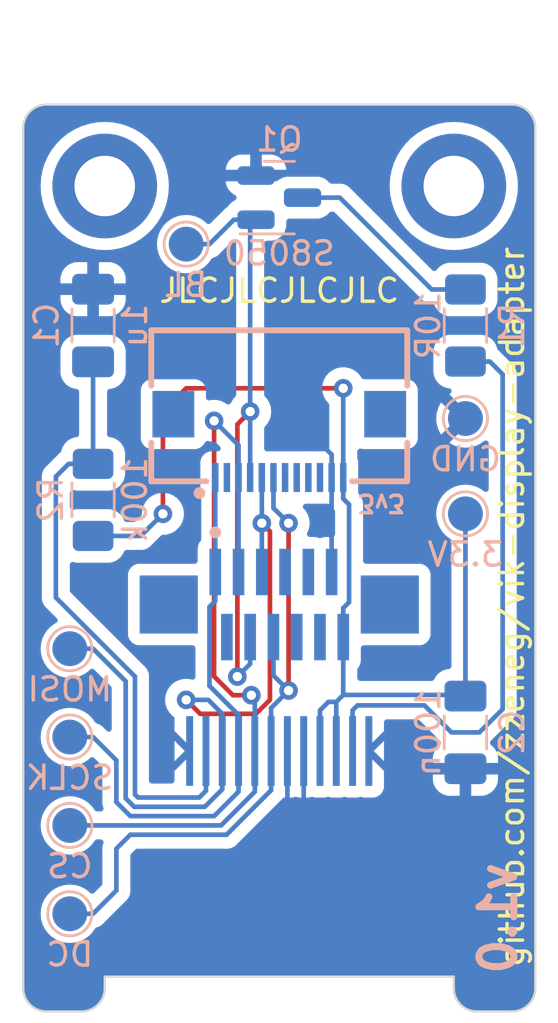
<source format=kicad_pcb>
(kicad_pcb (version 20221018) (generator pcbnew)
  (layers (0 "F.Cu" signal) (31 "B.Cu" signal) (34 "B.Paste" user) (35 "F.Paste" user) (36 "B.SilkS" user "B.Silkscreen") (37 "F.SilkS" user "F.Silkscreen") (38 "B.Mask" user) (39 "F.Mask" user) (44 "Edge.Cuts" user))
  (net 0 "")
  (net 1 "RESET")
  (net 2 "GND")
  (net 3 "+3.3V")
  (net 4 "SCLK")
  (net 6 "LEDK")
  (net 7 "DC")
  (net 8 "CS")
  (net 9 "MOSI")
  (net 10 "BLK")
  (net 20 "Net-(Q1-C)")
  (footprint "zzkeeb:Hole_M2-solder-nut-2.5" (layer "B.Cu") (at 107 59.7 180)
    (fp_text reference "H2" hide)
    (fp_text value "MountingHole" hide)
    (pad "" thru_hole circle (at 0 0 180) (size 4.5 4.5) (drill 2.6) (layers "*.Cu" "B.Mask"))
  )
  (footprint "TestPoint:TestPoint_Pad_D1.5mm" (layer "B.Cu") (at 90.5 79.6 180)
    (fp_text reference "TP6" hide)
    (fp_text value "MOSI" (at 0 -1.75) (layer "B.SilkS") (effects (justify mirror)))
    (fp_circle (center 0 0) (end 0 -0.95) (stroke (width 0.12)) (fill none) (layer "B.SilkS"))
    (pad "1" smd circle (at 0 0 180) (size 1.5 1.5) (layers "B.Cu" "B.Mask") (net 9 "MOSI"))
  )
  (footprint "TestPoint:TestPoint_Pad_D1.5mm" (layer "B.Cu") (at 107.5 69.7 180)
    (fp_text reference "TP2" hide)
    (fp_text value "GND" (at 0 -1.75) (layer "B.SilkS") (effects (justify mirror)))
    (fp_circle (center 0 0) (end 0 -0.95) (stroke (width 0.12)) (fill none) (layer "B.SilkS"))
    (pad "1" smd circle (at 0 0 180) (size 1.5 1.5) (layers "B.Cu" "B.Mask") (net 2 "GND"))
  )
  (footprint "zzkeeb:Connector_Display-12pin-0.7mm" (layer "B.Cu") (at 99.5 84)
    (fp_text reference "J3")
    (fp_text value "Conn_01x12_Pin")
    (pad "1" smd rect (at 3.85 0) (size 0.3 3) (layers "B.Cu" "B.Paste" "B.Mask") (net 2 "GND"))
    (pad "2" smd rect (at 3.15 0) (size 0.3 3) (layers "B.Cu" "B.Paste" "B.Mask") (net 6 "LEDK"))
    (pad "3" smd rect (at 2.45 0) (size 0.3 3) (layers "B.Cu" "B.Paste" "B.Mask") (net 3 "+3.3V"))
    (pad "4" smd rect (at 1.75 0) (size 0.3 3) (layers "B.Cu" "B.Paste" "B.Mask") (net 3 "+3.3V"))
    (pad "5" smd rect (at 1.05 0) (size 0.3 3) (layers "B.Cu" "B.Paste" "B.Mask") (net 2 "GND"))
    (pad "6" smd rect (at 0.35 0) (size 0.3 3) (layers "B.Cu" "B.Paste" "B.Mask") (net 2 "GND"))
    (pad "7" smd rect (at -0.35 0) (size 0.3 3) (layers "B.Cu" "B.Paste" "B.Mask") (net 7 "DC"))
    (pad "8" smd rect (at -1.05 0) (size 0.3 3) (layers "B.Cu" "B.Paste" "B.Mask") (net 8 "CS"))
    (pad "9" smd rect (at -1.75 0) (size 0.3 3) (layers "B.Cu" "B.Paste" "B.Mask") (net 4 "SCLK"))
    (pad "10" smd rect (at -2.45 0) (size 0.3 3) (layers "B.Cu" "B.Paste" "B.Mask") (net 9 "MOSI"))
    (pad "11" smd rect (at -3.15 0) (size 0.3 3) (layers "B.Cu" "B.Paste" "B.Mask") (net 1 "RESET"))
    (pad "12" smd rect (at -3.85 0) (size 0.3 3) (layers "B.Cu" "B.Paste" "B.Mask") (net 2 "GND"))
  )
  (footprint "TestPoint:TestPoint_Pad_D1.5mm" (layer "B.Cu") (at 90.5 83.4 180)
    (fp_text reference "TP3" hide)
    (fp_text value "SCLK" (at 0 -1.75) (layer "B.SilkS") (effects (justify mirror)))
    (fp_circle (center 0 0) (end 0 -0.95) (stroke (width 0.12)) (fill none) (layer "B.SilkS"))
    (pad "1" smd circle (at 0 0 180) (size 1.5 1.5) (layers "B.Cu" "B.Mask") (net 4 "SCLK"))
  )
  (footprint "TestPoint:TestPoint_Pad_D1.5mm" (layer "B.Cu") (at 95.5 62.2 180)
    (fp_text reference "TP5" hide)
    (fp_text value "BL" (at 0 -1.75) (layer "B.SilkS") (effects (justify mirror)))
    (fp_circle (center 0 0) (end 0 -0.95) (stroke (width 0.12)) (fill none) (layer "B.SilkS"))
    (pad "1" smd circle (at 0 0 180) (size 1.5 1.5) (layers "B.Cu" "B.Mask") (net 10 "BLK"))
  )
  (footprint "Capacitor_SMD:C_1206_3216Metric_Pad1.33x1.80mm_HandSolder" (layer "B.Cu") (at 91.5 65.7 -90)
    (fp_text reference "C1" (at 0 2 90) (layer "B.SilkS") (effects (justify mirror)))
    (fp_text value "1u" (at 0 -1.8 90) (layer "B.SilkS") (effects (justify mirror)))
    (fp_line (start -0.711252 -0.91) (end 0.711252 -0.91) (stroke (width 0.12)) (layer "B.SilkS"))
    (fp_line (start -0.711252 0.91) (end 0.711252 0.91) (stroke (width 0.12)) (layer "B.SilkS"))
    (pad "1" smd roundrect (at -1.5625 0 270) (size 1.325 1.8) (layers "B.Cu" "B.Paste" "B.Mask") (roundrect_rratio 0.1886792453) (net 2 "GND"))
    (pad "2" smd roundrect (at 1.5625 0 270) (size 1.325 1.8) (layers "B.Cu" "B.Paste" "B.Mask") (roundrect_rratio 0.1886792453) (net 1 "RESET"))
  )
  (footprint "Resistor_SMD:R_1206_3216Metric_Pad1.30x1.75mm_HandSolder" (layer "B.Cu") (at 107.5 65.7 -90)
    (fp_text reference "R1" (at 0 -2 90) (layer "B.SilkS") (effects (justify mirror)))
    (fp_text value "10R" (at 0 1.6 90) (layer "B.SilkS") (effects (justify mirror)))
    (fp_line (start -0.727064 -0.91) (end 0.727064 -0.91) (stroke (width 0.12)) (layer "B.SilkS"))
    (fp_line (start -0.727064 0.91) (end 0.727064 0.91) (stroke (width 0.12)) (layer "B.SilkS"))
    (pad "1" smd roundrect (at -1.55 0 270) (size 1.3 1.75) (layers "B.Cu" "B.Paste" "B.Mask") (roundrect_rratio 0.1923076923) (net 20 "Net-(Q1-C)"))
    (pad "2" smd roundrect (at 1.55 0 270) (size 1.3 1.75) (layers "B.Cu" "B.Paste" "B.Mask") (roundrect_rratio 0.1923076923) (net 6 "LEDK"))
  )
  (footprint "vik:vik-module-connector-horizontal" (layer "B.Cu") (at 99.5 70.2)
    (fp_text reference "J1" hide)
    (fp_text value "vik-module-connector" hide)
    (fp_text user "3v3" (at 3.3 2.7 -180 unlocked) (layer "B.SilkS") (effects (font (size 0.75 0.75)) (justify left bottom mirror)))
    (fp_line (start -5.5 -4.295) (end -5.5 -1.912) (stroke (width 0.254)) (layer "B.SilkS"))
    (fp_line (start -5.5 0.539) (end -5.5 2.2) (stroke (width 0.254)) (layer "B.SilkS"))
    (fp_line (start -5.5 2.2) (end -3.131 2.2) (stroke (width 0.254)) (layer "B.SilkS"))
    (fp_line (start 5.5 -4.295) (end -5.5 -4.295) (stroke (width 0.254)) (layer "B.SilkS"))
    (fp_line (start 5.5 -4.295) (end 5.5 -1.912) (stroke (width 0.254)) (layer "B.SilkS"))
    (fp_line (start 5.5 0.539) (end 5.5 2.2) (stroke (width 0.254)) (layer "B.SilkS"))
    (fp_line (start 5.5 2.2) (end 3.131 2.2) (stroke (width 0.254)) (layer "B.SilkS"))
    (fp_circle (center -3.429 2.708) (end -3.302 2.708) (stroke (width 0.254)) (fill none) (layer "B.SilkS"))
    (pad "1" smd rect (at -2.75 2.038) (size 0.28 1.25) (layers "B.Cu" "B.Paste" "B.Mask") (net 4 "SCLK"))
    (pad "2" smd rect (at -2.25 2.038) (size 0.28 1.25) (layers "B.Cu" "B.Paste" "B.Mask"))
    (pad "3" smd rect (at -1.75 2.038) (size 0.28 1.25) (layers "B.Cu" "B.Paste" "B.Mask") (net 8 "CS"))
    (pad "4" smd rect (at -1.25 2.038) (size 0.28 1.25) (layers "B.Cu" "B.Paste" "B.Mask") (net 10 "BLK"))
    (pad "5" smd rect (at -0.75 2.038) (size 0.28 1.25) (layers "B.Cu" "B.Paste" "B.Mask") (net 9 "MOSI"))
    (pad "6" smd rect (at -0.25 2.038) (size 0.28 1.25) (layers "B.Cu" "B.Paste" "B.Mask") (net 7 "DC"))
    (pad "7" smd rect (at 0.25 2.038) (size 0.28 1.25) (layers "B.Cu" "B.Paste" "B.Mask"))
    (pad "8" smd rect (at 0.75 2.038) (size 0.28 1.25) (layers "B.Cu" "B.Paste" "B.Mask"))
    (pad "9" smd rect (at 1.25 2.038) (size 0.28 1.25) (layers "B.Cu" "B.Paste" "B.Mask"))
    (pad "10" smd rect (at 1.75 2.038) (size 0.28 1.25) (layers "B.Cu" "B.Paste" "B.Mask"))
    (pad "11" smd rect (at 2.25 2.038) (size 0.28 1.25) (layers "B.Cu" "B.Paste" "B.Mask") (net 2 "GND"))
    (pad "12" smd rect (at 2.75 2.038) (size 0.28 1.25) (layers "B.Cu" "B.Paste" "B.Mask") (net 3 "+3.3V"))
    (pad "13" smd rect (at 4.55 -0.686) (size 1.8 2) (layers "B.Cu" "B.Paste" "B.Mask"))
    (pad "14" smd rect (at -4.55 -0.686) (size 1.8 2) (layers "B.Cu" "B.Paste" "B.Mask"))
  )
  (footprint "Capacitor_SMD:C_1206_3216Metric_Pad1.33x1.80mm_HandSolder" (layer "B.Cu") (at 107.5 83.2 90)
    (fp_text reference "C2" (at 0 2 90) (layer "B.SilkS") (effects (justify mirror)))
    (fp_text value "100n" (at 0 -1.6 90) (layer "B.SilkS") (effects (justify mirror)))
    (fp_line (start -0.711252 -0.91) (end 0.711252 -0.91) (stroke (width 0.12)) (layer "B.SilkS"))
    (fp_line (start -0.711252 0.91) (end 0.711252 0.91) (stroke (width 0.12)) (layer "B.SilkS"))
    (pad "1" smd roundrect (at -1.5625 0 90) (size 1.325 1.8) (layers "B.Cu" "B.Paste" "B.Mask") (roundrect_rratio 0.1886792453) (net 2 "GND"))
    (pad "2" smd roundrect (at 1.5625 0 90) (size 1.325 1.8) (layers "B.Cu" "B.Paste" "B.Mask") (roundrect_rratio 0.1886792453) (net 3 "+3.3V"))
  )
  (footprint "zzkeeb:Hole_M2-solder-nut-2.5" (layer "B.Cu") (at 92 59.7 180)
    (fp_text reference "H1" hide)
    (fp_text value "MountingHole" hide)
    (pad "" thru_hole circle (at 0 0 180) (size 4.5 4.5) (drill 2.6) (layers "*.Cu" "B.Mask"))
  )
  (footprint "zzkeeb:Connector_VIK-vertical-module" (layer "B.Cu") (at 99.5 77.7 90)
    (fp_text reference "J2" hide)
    (fp_text value "vik-module-connector" hide)
    (fp_circle (center 3.1 -2.75) (end 3.227 -2.75) (stroke (width 0.254)) (fill solid) (layer "B.SilkS"))
    (pad "" smd rect (at 0 -4.75 90) (size 2.5 2.5) (layers "B.Cu" "B.Paste" "B.Mask"))
    (pad "" smd rect (at 0 4.75 90) (size 2.5 2.5) (layers "B.Cu" "B.Paste" "B.Mask"))
    (pad "1" smd custom (at 1.9 -2.75 90) (size 1 0.5) (layers "B.Cu" "B.Paste" "B.Mask") (net 4 "SCLK") (options (clearance outline) (anchor rect)) (primitives (gr_poly (pts (xy -1.5 -0.25) (xy -0.5 -0.25) (xy -0.5 0.25) (xy -1.5 0.25)) (width 0) (fill yes))))
    (pad "2" smd custom (at -1.9 -2.25 270) (size 1 0.5) (layers "B.Cu" "B.Paste" "B.Mask") (options (clearance outline) (anchor rect)) (primitives (gr_poly (pts (xy -1.5 -0.25) (xy -0.5 -0.25) (xy -0.5 0.25) (xy -1.5 0.25)) (width 0) (fill yes))))
    (pad "3" smd custom (at 1.9 -1.75 90) (size 1 0.5) (layers "B.Cu" "B.Paste" "B.Mask") (net 8 "CS") (options (clearance outline) (anchor rect)) (primitives (gr_poly (pts (xy -1.5 -0.25) (xy -0.5 -0.25) (xy -0.5 0.25) (xy -1.5 0.25)) (width 0) (fill yes))))
    (pad "4" smd custom (at -1.9 -1.25 270) (size 1 0.5) (layers "B.Cu" "B.Paste" "B.Mask") (net 10 "BLK") (options (clearance outline) (anchor rect)) (primitives (gr_poly (pts (xy -1.5 -0.25) (xy -0.5 -0.25) (xy -0.5 0.25) (xy -1.5 0.25)) (width 0) (fill yes))))
    (pad "5" smd custom (at 1.9 -0.75 90) (size 1 0.5) (layers "B.Cu" "B.Paste" "B.Mask") (net 9 "MOSI") (options (clearance outline) (anchor rect)) (primitives (gr_poly (pts (xy -1.5 -0.25) (xy -0.5 -0.25) (xy -0.5 0.25) (xy -1.5 0.25)) (width 0) (fill yes))))
    (pad "6" smd rect (at -1.4 -0.25 180) (size 0.5 2) (layers "B.Cu" "B.Paste" "B.Mask") (net 7 "DC"))
    (pad "7" smd custom (at 1.9 0.25 90) (size 1 0.5) (layers "B.Cu" "B.Paste" "B.Mask") (options (clearance outline) (anchor rect)) (primitives (gr_poly (pts (xy -1.5 -0.25) (xy -0.5 -0.25) (xy -0.5 0.25) (xy -1.5 0.25)) (width 0) (fill yes))))
    (pad "8" smd custom (at -1.9 0.75 270) (size 1 0.5) (layers "B.Cu" "B.Paste" "B.Mask") (options (clearance outline) (anchor rect)) (primitives (gr_poly (pts (xy -1.5 -0.25) (xy -0.5 -0.25) (xy -0.5 0.25) (xy -1.5 0.25)) (width 0) (fill yes))))
    (pad "9" smd custom (at 1.9 1.25 90) (size 1 0.5) (layers "B.Cu" "B.Paste" "B.Mask") (options (clearance outline) (anchor rect)) (primitives (gr_poly (pts (xy -1.5 -0.25) (xy -0.5 -0.25) (xy -0.5 0.25) (xy -1.5 0.25)) (width 0) (fill yes))))
    (pad "10" smd custom (at -1.9 1.75 270) (size 1 0.5) (layers "B.Cu" "B.Paste" "B.Mask") (options (clearance outline) (anchor rect)) (primitives (gr_poly (pts (xy -1.5 -0.25) (xy -0.5 -0.25) (xy -0.5 0.25) (xy -1.5 0.25)) (width 0) (fill yes))))
    (pad "11" smd custom (at 1.9 2.25 90) (size 1 0.5) (layers "B.Cu" "B.Paste" "B.Mask") (net 2 "GND") (options (clearance outline) (anchor rect)) (primitives (gr_poly (pts (xy -1.5 -0.25) (xy -0.5 -0.25) (xy -0.5 0.25) (xy -1.5 0.25)) (width 0) (fill yes))))
    (pad "12" smd custom (at -1.9 2.75 270) (size 1 0.5) (layers "B.Cu" "B.Paste" "B.Mask") (net 3 "+3.3V") (options (clearance outline) (anchor rect)) (primitives (gr_poly (pts (xy -1.5 -0.25) (xy -0.5 -0.25) (xy -0.5 0.25) (xy -1.5 0.25)) (width 0) (fill yes))))
  )
  (footprint "TestPoint:TestPoint_Pad_D1.5mm" (layer "B.Cu") (at 107.5 73.8 180)
    (fp_text reference "TP1" hide)
    (fp_text value "3.3V" (at 0 -1.75) (layer "B.SilkS") (effects (justify mirror)))
    (fp_circle (center 0 0) (end 0 -0.95) (stroke (width 0.12)) (fill none) (layer "B.SilkS"))
    (pad "1" smd circle (at 0 0 180) (size 1.5 1.5) (layers "B.Cu" "B.Mask") (net 3 "+3.3V"))
  )
  (footprint "TestPoint:TestPoint_Pad_D1.5mm" (layer "B.Cu") (at 90.5 91 180)
    (fp_text reference "TP7" hide)
    (fp_text value "DC" (at 0 -1.75) (layer "B.SilkS") (effects (justify mirror)))
    (fp_circle (center 0 0) (end 0 -0.95) (stroke (width 0.12)) (fill none) (layer "B.SilkS"))
    (pad "1" smd circle (at 0 0 180) (size 1.5 1.5) (layers "B.Cu" "B.Mask") (net 7 "DC"))
  )
  (footprint "TestPoint:TestPoint_Pad_D1.5mm" (layer "B.Cu") (at 90.5 87.2 180)
    (fp_text reference "TP4" hide)
    (fp_text value "CS" (at 0 -1.75) (layer "B.SilkS") (effects (justify mirror)))
    (fp_circle (center 0 0) (end 0 -0.95) (stroke (width 0.12)) (fill none) (layer "B.SilkS"))
    (pad "1" smd circle (at 0 0 180) (size 1.5 1.5) (layers "B.Cu" "B.Mask") (net 8 "CS"))
  )
  (footprint "zzkeeb:Transistor-S8050-SOT-23" (layer "B.Cu") (at 99.5 60.2)
    (fp_text reference "Q1" (at 0 -2.5) (layer "B.SilkS") (effects (justify mirror)))
    (fp_text value "S8050" (at 0 2.4) (layer "B.SilkS") (effects (justify mirror)))
    (fp_line (start 0 -1.56) (end -0.65 -1.56) (stroke (width 0.12)) (layer "B.SilkS"))
    (fp_line (start 0 -1.56) (end 0.65 -1.56) (stroke (width 0.12)) (layer "B.SilkS"))
    (fp_line (start 0 1.56) (end -1.675 1.56) (stroke (width 0.12)) (layer "B.SilkS"))
    (fp_line (start 0 1.56) (end 0.65 1.56) (stroke (width 0.12)) (layer "B.SilkS"))
    (pad "1" smd roundrect (at -1 -0.95) (size 1.6 0.8) (layers "B.Cu" "B.Paste" "B.Mask") (net 2 "GND"))
    (pad "2" smd roundrect (at -1 0.95) (size 1.6 0.8) (layers "B.Cu" "B.Paste" "B.Mask") (net 10 "BLK"))
    (pad "3" smd roundrect (at 1 0) (size 1.6 0.8) (layers "B.Cu" "B.Paste" "B.Mask") (net 20 "Net-(Q1-C)"))
  )
  (footprint "Resistor_SMD:R_1206_3216Metric_Pad1.30x1.75mm_HandSolder" (layer "B.Cu") (at 91.5 73.2 -90)
    (fp_text reference "R2" (at 0 1.82 90) (layer "B.SilkS") (effects (justify mirror)))
    (fp_text value "100k" (at 0 -1.8 90) (layer "B.SilkS") (effects (justify mirror)))
    (fp_line (start -0.727064 -0.91) (end 0.727064 -0.91) (stroke (width 0.12)) (layer "B.SilkS"))
    (fp_line (start -0.727064 0.91) (end 0.727064 0.91) (stroke (width 0.12)) (layer "B.SilkS"))
    (pad "1" smd roundrect (at -1.55 0 270) (size 1.3 1.75) (layers "B.Cu" "B.Paste" "B.Mask") (roundrect_rratio 0.1923076923) (net 1 "RESET"))
    (pad "2" smd roundrect (at 1.55 0 270) (size 1.3 1.75) (layers "B.Cu" "B.Paste" "B.Mask") (roundrect_rratio 0.1923076923) (net 3 "+3.3V"))
  )
  (gr_line (start 89.5 95.2) (end 91 95.2) (stroke (width 0.1)) (layer "Edge.Cuts"))
  (gr_line (start 109.5 56.2) (end 89.5 56.2) (stroke (width 0.1)) (layer "Edge.Cuts"))
  (gr_line (start 107 94.2) (end 107 93.7) (stroke (width 0.1)) (layer "Edge.Cuts"))
  (gr_line (start 110.5 57.2) (end 110.5 94.2) (stroke (width 0.1)) (layer "Edge.Cuts"))
  (gr_arc (start 92 94.2) (mid 91.707107 94.907107) (end 91 95.2) (stroke (width 0.1)) (layer "Edge.Cuts"))
  (gr_arc (start 109.5 56.2) (mid 110.207107 56.492893) (end 110.5 57.2) (stroke (width 0.1)) (layer "Edge.Cuts"))
  (gr_arc (start 108 95.2) (mid 107.292893 94.907107) (end 107 94.2) (stroke (width 0.1)) (layer "Edge.Cuts"))
  (gr_line (start 107 93.7) (end 92 93.7) (stroke (width 0.1)) (layer "Edge.Cuts"))
  (gr_arc (start 110.5 94.2) (mid 110.207107 94.907107) (end 109.5 95.2) (stroke (width 0.1)) (layer "Edge.Cuts"))
  (gr_arc (start 89.5 95.2) (mid 88.792893 94.907107) (end 88.5 94.2) (stroke (width 0.1)) (layer "Edge.Cuts"))
  (gr_line (start 92 93.7) (end 92 94.2) (stroke (width 0.1)) (layer "Edge.Cuts"))
  (gr_line (start 108 95.2) (end 109.5 95.2) (stroke (width 0.1)) (layer "Edge.Cuts"))
  (gr_line (start 88.5 94.2) (end 88.5 57.2) (stroke (width 0.1)) (layer "Edge.Cuts"))
  (gr_arc (start 88.5 57.2) (mid 88.792893 56.492893) (end 89.5 56.2) (stroke (width 0.1)) (layer "Edge.Cuts"))
  (gr_text "v1.0" (at 108.9 91.2 90) (layer "B.SilkS") (effects (font (size 1.5 1.5) (thickness 0.3) bold) (justify mirror)))
  (gr_text "JLCJLCJLCJLC" (at 99.5 64.2) (layer "F.SilkS") (effects (font (size 1 1) (thickness 0.15) bold)))
  (gr_text "github.com/zzeneg/vik-display-adapter" (at 109.5 77.8 90) (layer "F.SilkS") (effects (font (size 1 1) (thickness 0.15) bold)))
  (segment (start 96.063604 86) (end 93.431372 86) (width 0.2) (layer "B.Cu") (net 1))
  (segment (start 89.9 72.2) (end 90.45 71.65) (width 0.2) (layer "B.Cu") (net 1))
  (segment (start 91.5 71.65) (end 91.5 67.2625) (width 0.2) (layer "B.Cu") (net 1))
  (segment (start 96.35 84) (end 96.35 85.713604) (width 0.2) (layer "B.Cu") (net 1))
  (segment (start 93.431372 86) (end 93.3 85.868628) (width 0.2) (layer "B.Cu") (net 1))
  (segment (start 93.3 85.868628) (end 93.3 80.8) (width 0.2) (layer "B.Cu") (net 1))
  (segment (start 93.3 80.8) (end 89.9 77.4) (width 0.2) (layer "B.Cu") (net 1))
  (segment (start 96.35 85.713604) (end 96.063604 86) (width 0.2) (layer "B.Cu") (net 1))
  (segment (start 89.9 77.4) (end 89.9 72.2) (width 0.2) (layer "B.Cu") (net 1))
  (segment (start 90.45 71.65) (end 91.5 71.65) (width 0.2) (layer "B.Cu") (net 1))
  (segment (start 100.55 84) (end 100.55 86.35) (width 0.2) (layer "B.Cu") (net 2))
  (segment (start 101.5 71) (end 101.75 71.25) (width 0.2) (layer "B.Cu") (net 2))
  (segment (start 101.75 71.25) (end 101.75 75.8) (width 0.2) (layer "B.Cu") (net 2))
  (segment (start 99.85 84) (end 99.85 86.35) (width 0.2) (layer "B.Cu") (net 2))
  (segment (start 95.5 68.4) (end 94.5 69.4) (width 0.2) (layer "F.Cu") (net 3))
  (segment (start 94.5 69.4) (end 94.5 73.8) (width 0.2) (layer "F.Cu") (net 3))
  (segment (start 102.25 68.4) (end 95.5 68.4) (width 0.2) (layer "F.Cu") (net 3))
  (via (at 102.25 68.4) (size 0.8) (drill 0.4) (layers "F.Cu" "B.Cu") (net 3))
  (via (at 94.5 73.8) (size 0.8) (drill 0.4) (layers "F.Cu" "B.Cu") (net 3))
  (segment (start 101.25 82.25) (end 101.6125 81.8875) (width 0.2) (layer "B.Cu") (net 3))
  (segment (start 101.6125 81.8875) (end 101.95 81.8875) (width 0.2) (layer "B.Cu") (net 3))
  (segment (start 107.1 73.8) (end 107.5 74.2) (width 0.2) (layer "B.Cu") (net 3))
  (segment (start 102.5 73.4) (end 102.5 77.6) (width 0.2) (layer "B.Cu") (net 3))
  (segment (start 107.5 81.6375) (end 107.45 81.5875) (width 0.2) (layer "B.Cu") (net 3))
  (segment (start 102.25 77.85) (end 102.25 79.6) (width 0.2) (layer "B.Cu") (net 3))
  (segment (start 102.5 77.6) (end 102.25 77.85) (width 0.2) (layer "B.Cu") (net 3))
  (segment (start 102.25 68.4) (end 102.25 73.15) (width 0.2) (layer "B.Cu") (net 3))
  (segment (start 102.25 79.6) (end 102.25 81.5875) (width 0.2) (layer "B.Cu") (net 3))
  (segment (start 101.25 84) (end 101.25 82.25) (width 0.2) (layer "B.Cu") (net 3))
  (segment (start 91.5 74.75) (end 93.55 74.75) (width 0.2) (layer "B.Cu") (net 3))
  (segment (start 102.25 73.15) (end 102.5 73.4) (width 0.2) (layer "B.Cu") (net 3))
  (segment (start 107.5 74.2) (end 107.5 81.6375) (width 0.2) (layer "B.Cu") (net 3))
  (segment (start 102.25 81.5875) (end 101.95 81.8875) (width 0.2) (layer "B.Cu") (net 3))
  (segment (start 101.95 81.8875) (end 101.95 84) (width 0.2) (layer "B.Cu") (net 3))
  (segment (start 107.45 81.5875) (end 102.25 81.5875) (width 0.2) (layer "B.Cu") (net 3))
  (segment (start 93.55 74.75) (end 94.5 73.8) (width 0.2) (layer "B.Cu") (net 3))
  (segment (start 97.75 82.45) (end 97.75 84) (width 0.2) (layer "B.Cu") (net 4))
  (segment (start 91.5 83.4) (end 90.5 83.4) (width 0.2) (layer "B.Cu") (net 4))
  (segment (start 96.75 77.55) (end 96.5 77.8) (width 0.2) (layer "B.Cu") (net 4))
  (segment (start 96.5 81.2) (end 97.75 82.45) (width 0.2) (layer "B.Cu") (net 4))
  (segment (start 96.75 75.8) (end 96.75 77.55) (width 0.2) (layer "B.Cu") (net 4))
  (segment (start 97.75 84) (end 97.75 85.75) (width 0.2) (layer "B.Cu") (net 4))
  (segment (start 92.5 84.4) (end 91.5 83.4) (width 0.2) (layer "B.Cu") (net 4))
  (segment (start 96.5 77.8) (end 96.5 81.2) (width 0.2) (layer "B.Cu") (net 4))
  (segment (start 93.1 86.8) (end 92.5 86.2) (width 0.2) (layer "B.Cu") (net 4))
  (segment (start 96.7 86.8) (end 93.1 86.8) (width 0.2) (layer "B.Cu") (net 4))
  (segment (start 96.75 72.238) (end 96.75 75.8) (width 0.2) (layer "B.Cu") (net 4))
  (segment (start 97.75 85.75) (end 96.7 86.8) (width 0.2) (layer "B.Cu") (net 4))
  (segment (start 92.5 86.2) (end 92.5 84.4) (width 0.2) (layer "B.Cu") (net 4))
  (segment (start 105.7375 82.0375) (end 106.9 83.2) (width 0.2) (layer "B.Cu") (net 6))
  (segment (start 108.55 67.25) (end 107.5 67.25) (width 0.2) (layer "B.Cu") (net 6))
  (segment (start 102.65 84) (end 102.65 82.25) (width 0.2) (layer "B.Cu") (net 6))
  (segment (start 109.1 82.2) (end 109.1 67.8) (width 0.2) (layer "B.Cu") (net 6))
  (segment (start 106.9 83.2) (end 108.1 83.2) (width 0.2) (layer "B.Cu") (net 6))
  (segment (start 109.1 67.8) (end 108.55 67.25) (width 0.2) (layer "B.Cu") (net 6))
  (segment (start 102.8625 82.0375) (end 105.7375 82.0375) (width 0.2) (layer "B.Cu") (net 6))
  (segment (start 108.1 83.2) (end 109.1 82.2) (width 0.2) (layer "B.Cu") (net 6))
  (segment (start 102.65 82.25) (end 102.8625 82.0375) (width 0.2) (layer "B.Cu") (net 6))
  (segment (start 99.9 74.2) (end 99.9 81.4) (width 0.2) (layer "F.Cu") (net 7))
  (via (at 99.9 74.2) (size 0.8) (drill 0.4) (layers "F.Cu" "B.Cu") (net 7))
  (via (at 99.9 81.4) (size 0.8) (drill 0.4) (layers "F.Cu" "B.Cu") (net 7))
  (segment (start 99.25 80.75) (end 99.25 79.1) (width 0.2) (layer "B.Cu") (net 7))
  (segment (start 97.236396 87.6) (end 93.1 87.6) (width 0.2) (layer "B.Cu") (net 7))
  (segment (start 92.5 88.2) (end 92.5 90) (width 0.2) (layer "B.Cu") (net 7))
  (segment (start 99.25 73.55) (end 99.25 71.738) (width 0.2) (layer "B.Cu") (net 7))
  (segment (start 91.5 91) (end 90.5 91) (width 0.2) (layer "B.Cu") (net 7))
  (segment (start 99.9 81.4) (end 99.25 80.75) (width 0.2) (layer "B.Cu") (net 7))
  (segment (start 99.15 85.686396) (end 97.236396 87.6) (width 0.2) (layer "B.Cu") (net 7))
  (segment (start 99.9 74.2) (end 99.25 73.55) (width 0.2) (layer "B.Cu") (net 7))
  (segment (start 93.1 87.6) (end 92.5 88.2) (width 0.2) (layer "B.Cu") (net 7))
  (segment (start 99.15 82.15) (end 99.15 84) (width 0.2) (layer "B.Cu") (net 7))
  (segment (start 99.15 84) (end 99.15 85.686396) (width 0.2) (layer "B.Cu") (net 7))
  (segment (start 92.5 90) (end 91.5 91) (width 0.2) (layer "B.Cu") (net 7))
  (segment (start 99.9 81.4) (end 99.15 82.15) (width 0.2) (layer "B.Cu") (net 7))
  (segment (start 97.51005 81.6) (end 98.3 81.6) (width 0.2) (layer "F.Cu") (net 8))
  (segment (start 96.7 80.78995) (end 97.51005 81.6) (width 0.2) (layer "F.Cu") (net 8))
  (segment (start 96.7 69.8) (end 96.7 80.78995) (width 0.2) (layer "F.Cu") (net 8))
  (via (at 98.3 81.6) (size 0.8) (drill 0.4) (layers "F.Cu" "B.Cu") (net 8))
  (via (at 96.7 69.8) (size 0.8) (drill 0.4) (layers "F.Cu" "B.Cu") (net 8))
  (segment (start 98.45 81.75) (end 98.45 84) (width 0.2) (layer "B.Cu") (net 8))
  (segment (start 98.3 81.6) (end 98.45 81.75) (width 0.2) (layer "B.Cu") (net 8))
  (segment (start 98.45 85.75) (end 97 87.2) (width 0.2) (layer "B.Cu") (net 8))
  (segment (start 96.7 69.8) (end 97.75 70.85) (width 0.2) (layer "B.Cu") (net 8))
  (segment (start 98.45 84) (end 98.45 85.75) (width 0.2) (layer "B.Cu") (net 8))
  (segment (start 97 87.2) (end 90.5 87.2) (width 0.2) (layer "B.Cu") (net 8))
  (segment (start 97.75 70.85) (end 97.75 75.8) (width 0.2) (layer "B.Cu") (net 8))
  (segment (start 99.1 81.8) (end 98.5 82.4) (width 0.2) (layer "F.Cu") (net 9))
  (segment (start 96.1 82.4) (end 95.5 81.8) (width 0.2) (layer "F.Cu") (net 9))
  (segment (start 98.5 82.4) (end 96.1 82.4) (width 0.2) (layer "F.Cu") (net 9))
  (segment (start 98.75 74.2) (end 99.1 74.55) (width 0.2) (layer "F.Cu") (net 9))
  (segment (start 99.1 74.55) (end 99.1 81.8) (width 0.2) (layer "F.Cu") (net 9))
  (via (at 95.5 81.8) (size 0.8) (drill 0.4) (layers "F.Cu" "B.Cu") (net 9))
  (via (at 98.75 74.2) (size 0.8) (drill 0.4) (layers "F.Cu" "B.Cu") (net 9))
  (segment (start 92.9 81) (end 92.9 86.034314) (width 0.2) (layer "B.Cu") (net 9))
  (segment (start 90.5 79.6) (end 91.5 79.6) (width 0.2) (layer "B.Cu") (net 9))
  (segment (start 96.3 86.4) (end 97.05 85.65) (width 0.2) (layer "B.Cu") (net 9))
  (segment (start 96.45 81.8) (end 97.05 82.4) (width 0.2) (layer "B.Cu") (net 9))
  (segment (start 97.05 82.4) (end 97.05 84) (width 0.2) (layer "B.Cu") (net 9))
  (segment (start 98.75 74.2) (end 98.75 71.738) (width 0.2) (layer "B.Cu") (net 9))
  (segment (start 91.5 79.6) (end 92.9 81) (width 0.2) (layer "B.Cu") (net 9))
  (segment (start 95.5 81.8) (end 96.45 81.8) (width 0.2) (layer "B.Cu") (net 9))
  (segment (start 98.75 74.2) (end 98.75 75.8) (width 0.2) (layer "B.Cu") (net 9))
  (segment (start 92.9 86.034314) (end 93.265686 86.4) (width 0.2) (layer "B.Cu") (net 9))
  (segment (start 93.265686 86.4) (end 96.3 86.4) (width 0.2) (layer "B.Cu") (net 9))
  (segment (start 97.05 85.65) (end 97.05 84) (width 0.2) (layer "B.Cu") (net 9))
  (segment (start 97.7 69.95) (end 98.25 69.4) (width 0.2) (layer "F.Cu") (net 10))
  (segment (start 97.7 80.8) (end 97.7 69.95) (width 0.2) (layer "F.Cu") (net 10))
  (via (at 98.25 69.4) (size 0.8) (drill 0.4) (layers "F.Cu" "B.Cu") (net 10))
  (via (at 97.7 80.8) (size 0.8) (drill 0.4) (layers "F.Cu" "B.Cu") (net 10))
  (segment (start 97.7 80.8) (end 98.25 80.25) (width 0.2) (layer "B.Cu") (net 10))
  (segment (start 98.25 69.4) (end 98.25 61.4) (width 0.2) (layer "B.Cu") (net 10))
  (segment (start 98.25 80.25) (end 98.25 79.6) (width 0.2) (layer "B.Cu") (net 10))
  (segment (start 95.5 62.2) (end 96.5 62.2) (width 0.2) (layer "B.Cu") (net 10))
  (segment (start 97.55 61.15) (end 98.5 61.15) (width 0.2) (layer "B.Cu") (net 10))
  (segment (start 96.5 62.2) (end 97.55 61.15) (width 0.2) (layer "B.Cu") (net 10))
  (segment (start 98.25 61.4) (end 98.5 61.15) (width 0.2) (layer "B.Cu") (net 10))
  (segment (start 98.25 71.738) (end 98.25 69.4) (width 0.2) (layer "B.Cu") (net 10))
  (segment (start 107.5 64.15) (end 106.05 64.15) (width 0.2) (layer "B.Cu") (net 20))
  (segment (start 106.05 64.15) (end 102.1 60.2) (width 0.2) (layer "B.Cu") (net 20))
  (segment (start 102.1 60.2) (end 100.5 60.2) (width 0.2) (layer "B.Cu") (net 20))
  (zone (net 2) (net_name "GND") (layer "B.Cu") (connect_pads (clearance 0.5)) (min_thickness 0.25) (fill yes (thermal_gap 0.5) (thermal_bridge_width 0.5))
    (polygon (pts (xy 111.5 51.7) (xy 87.5 51.7) (xy 87.5 95.7) (xy 111.5 95.7)))
  )
)
</source>
